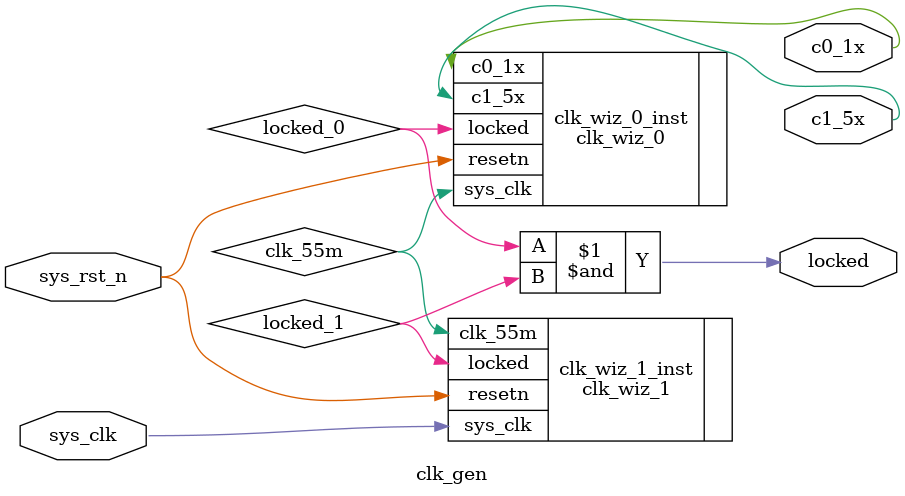
<source format=v>
module clk_gen (
    input  sys_clk,
    input  sys_rst_n,
    output c0_1x,
    output c1_5x,
    output locked
);
wire clk_55m;
wire locked_0;
wire locked_1;
assign locked = locked_0 & locked_1;


clk_wiz_0 clk_wiz_0_inst
 (
  // Clock out ports
  .c0_1x(c0_1x),     // output c0_1x
  .c1_5x(c1_5x),     // output c1_5x
  // Status and control signals
  .resetn(sys_rst_n), // input resetn
  .locked(locked_0),       // output locked
 // Clock in ports
  .sys_clk(clk_55m)
);      // input sys_clk

clk_wiz_1 clk_wiz_1_inst
   (
    // Clock out ports
    .clk_55m(clk_55m),     // output clk_55m
    // Status and control signals
    .resetn(sys_rst_n), // input resetn
    .locked(locked_1),       // output locked
   // Clock in ports
    .sys_clk(sys_clk)      // input sys_clk
);



endmodule

</source>
